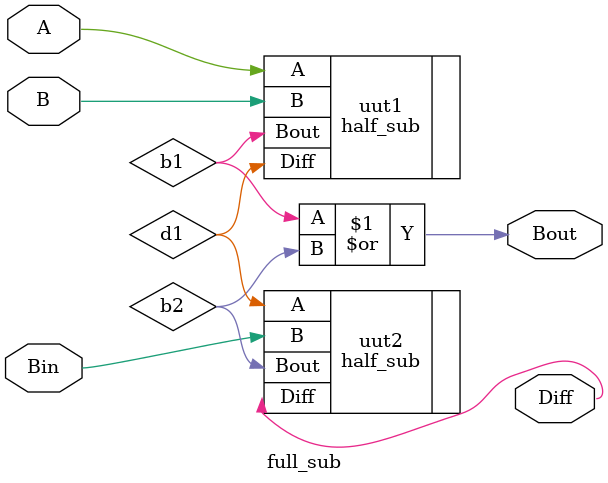
<source format=v>
`timescale 1ns / 1ps


module full_sub(
    input A, B, Bin,
    output Diff, Bout
    );
    
    wire d1, b1, b2;
    
    half_sub uut1 (.A(A),.B(B),.Diff(d1),.Bout(b1));
    half_sub uut2 (.A(d1),.B(Bin),.Diff(Diff),.Bout(b2));

    assign Bout = b1 | b2;

endmodule


</source>
